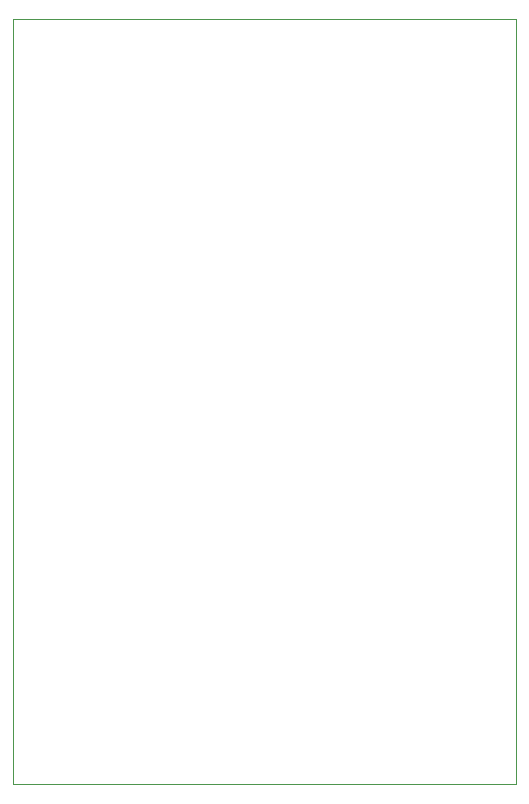
<source format=gbr>
%TF.GenerationSoftware,KiCad,Pcbnew,(6.0.9)*%
%TF.CreationDate,2022-11-13T11:09:17+10:30*%
%TF.ProjectId,TEC-SC IO Port,5445432d-5343-4204-994f-20506f72742e,rev?*%
%TF.SameCoordinates,Original*%
%TF.FileFunction,Profile,NP*%
%FSLAX46Y46*%
G04 Gerber Fmt 4.6, Leading zero omitted, Abs format (unit mm)*
G04 Created by KiCad (PCBNEW (6.0.9)) date 2022-11-13 11:09:17*
%MOMM*%
%LPD*%
G01*
G04 APERTURE LIST*
%TA.AperFunction,Profile*%
%ADD10C,0.100000*%
%TD*%
G04 APERTURE END LIST*
D10*
X137795000Y-92710000D02*
X137795000Y-27940000D01*
X137795000Y-27940000D02*
X95250000Y-27940000D01*
X95250000Y-27940000D02*
X95250000Y-92710000D01*
X95250000Y-92710000D02*
X137795000Y-92710000D01*
M02*

</source>
